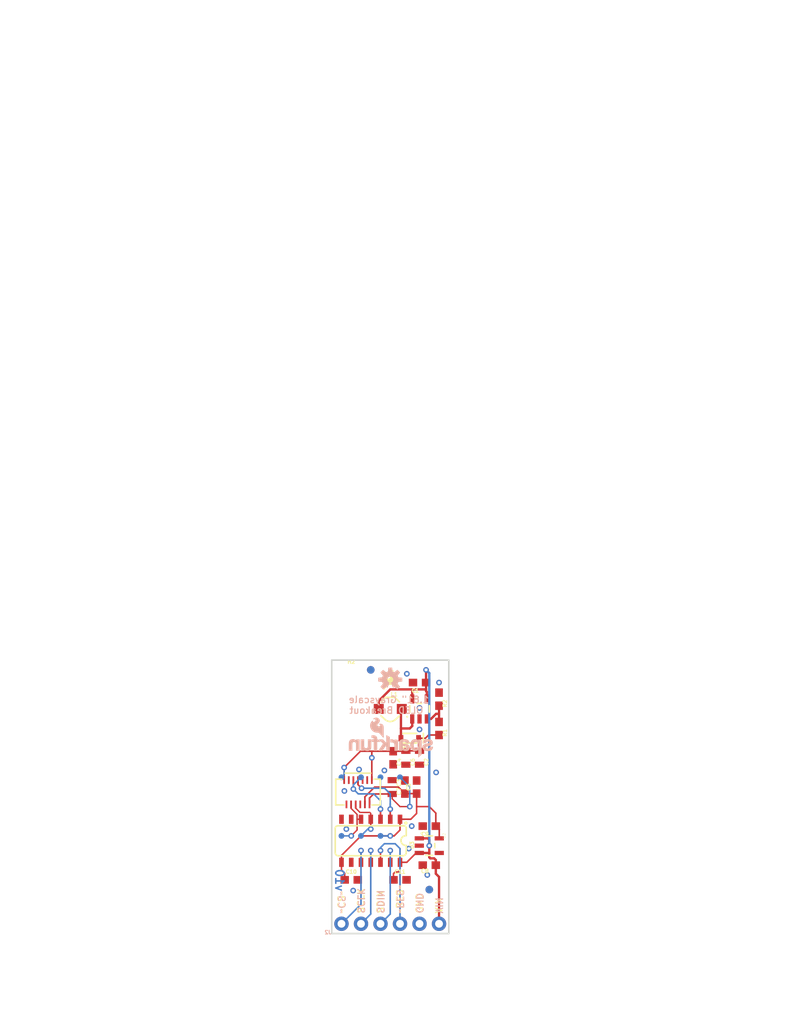
<source format=kicad_pcb>
(kicad_pcb (version 20211014) (generator pcbnew)
  (layers (0 "F.Cu" signal) (1 "In1.Cu" signal) (2 "In2.Cu" signal) (3 "In3.Cu" signal) (4 "In4.Cu" signal) (5 "In5.Cu" signal) (6 "In6.Cu" signal) (7 "In7.Cu" signal) (8 "In8.Cu" signal) (9 "In9.Cu" signal) (10 "In10.Cu" signal) (11 "In11.Cu" signal) (12 "In12.Cu" signal) (13 "In13.Cu" signal) (14 "In14.Cu" signal) (31 "B.Cu" signal) (34 "B.Paste" user) (35 "F.Paste" user) (36 "B.SilkS" user "B.Silkscreen") (37 "F.SilkS" user "F.Silkscreen") (38 "B.Mask" user) (39 "F.Mask" user) (44 "Edge.Cuts" user))
  (net 0 "")
  (net 1 "GND")
  (net 2 "VIN")
  (net 3 "N$2")
  (net 4 "N$3")
  (net 5 "12V")
  (net 6 "N$1")
  (net 7 "3.3V")
  (net 8 "~{RES}")
  (net 9 "~{CS}")
  (net 10 "SCLK")
  (net 11 "SDIN")
  (net 12 "~{CS}_HIGH")
  (net 13 "~{RES}_HIGH")
  (net 14 "SCLK_HIGH")
  (net 15 "SDIN_HIGH")
  (footprint "boardEagle:0603" (layer "F.Cu") (at 148.8821 99.9236 -90)
    (fp_text reference "C4" (at 0 -0.762 90) (layer "F.SilkS") (effects (font (size 0.512064 0.512064) (thickness 0.097536)) (justify right)))
    (fp_text value "0.1uF/25V")
    (pad "1" smd rect (at -0.85 0 270) (size 1.1 1) (layers "F.Cu" "F.Paste" "F.Mask") (net 5 "12V"))
    (pad "2" smd rect (at 0.85 0 270) (size 1.1 1) (layers "F.Cu" "F.Paste" "F.Mask") (net 1 "GND"))
  )
  (footprint "boardEagle:0603" (layer "F.Cu") (at 153.5811 113.8936 180)
    (fp_text reference "C8" (at 0 -0.762) (layer "F.SilkS") (effects (font (size 0.512064 0.512064) (thickness 0.097536)) (justify right)))
    (fp_text value "1.0uF")
    (pad "1" smd rect (at -0.85 0 180) (size 1.1 1) (layers "F.Cu" "F.Paste" "F.Mask") (net 2 "VIN"))
    (pad "2" smd rect (at 0.85 0 180) (size 1.1 1) (layers "F.Cu" "F.Paste" "F.Mask") (net 1 "GND"))
  )
  (footprint "boardEagle:0805" (layer "F.Cu") (at 148.7551 103.7336 -90)
    (fp_text reference "C7" (at 0 -0.889 90) (layer "F.SilkS") (effects (font (size 0.512064 0.512064) (thickness 0.097536)) (justify right)))
    (fp_text value "2.2uF/25V")
    (pad "1" smd rect (at -0.9 0 270) (size 0.8 1.2) (layers "F.Cu" "F.Paste" "F.Mask") (net 1 "GND"))
    (pad "2" smd rect (at 0.9 0 270) (size 0.8 1.2) (layers "F.Cu" "F.Paste" "F.Mask") (net 6 "N$1"))
  )
  (footprint "boardEagle:INDUCTOR_4.7UH" (layer "F.Cu") (at 148.5011 93.5736)
    (fp_text reference "L1" (at 0 -1.9) (layer "F.SilkS") (effects (font (size 0.512064 0.512064) (thickness 0.097536)) (justify left)))
    (fp_text value "10uH")
    (pad "P$1" smd rect (at -1.5 0 90) (size 1.3 1.3) (layers "F.Cu" "F.Paste" "F.Mask") (net 2 "VIN"))
    (pad "P$2" smd rect (at 1.5 0 90) (size 1.3 1.3) (layers "F.Cu" "F.Paste" "F.Mask") (net 3 "N$2"))
  )
  (footprint "boardEagle:0805" (layer "F.Cu") (at 152.3111 99.9236 -90)
    (fp_text reference "C2" (at 0 -0.889 90) (layer "F.SilkS") (effects (font (size 0.512064 0.512064) (thickness 0.097536)) (justify right)))
    (fp_text value "1.0uF")
    (pad "1" smd rect (at -0.9 0 270) (size 0.8 1.2) (layers "F.Cu" "F.Paste" "F.Mask") (net 5 "12V"))
    (pad "2" smd rect (at 0.9 0 270) (size 0.8 1.2) (layers "F.Cu" "F.Paste" "F.Mask") (net 1 "GND"))
  )
  (footprint "boardEagle:0805" (layer "F.Cu") (at 150.5331 99.9236 -90)
    (fp_text reference "C6" (at 0 -0.889 90) (layer "F.SilkS") (effects (font (size 0.512064 0.512064) (thickness 0.097536)) (justify right)))
    (fp_text value "2.2uF/25V")
    (pad "1" smd rect (at -0.9 0 270) (size 0.8 1.2) (layers "F.Cu" "F.Paste" "F.Mask") (net 5 "12V"))
    (pad "2" smd rect (at 0.9 0 270) (size 0.8 1.2) (layers "F.Cu" "F.Paste" "F.Mask") (net 1 "GND"))
  )
  (footprint "boardEagle:0603" (layer "F.Cu") (at 143.4211 115.7986)
    (fp_text reference "C10" (at 0 -0.762) (layer "F.SilkS") (effects (font (size 0.48768 0.48768) (thickness 0.12192)) (justify bottom)))
    (fp_text value "0.1uF")
    (pad "1" smd rect (at -0.85 0) (size 1.1 1) (layers "F.Cu" "F.Paste" "F.Mask") (net 7 "3.3V"))
    (pad "2" smd rect (at 0.85 0) (size 1.1 1) (layers "F.Cu" "F.Paste" "F.Mask") (net 1 "GND"))
  )
  (footprint "boardEagle:SOD-323" (layer "F.Cu") (at 151.0411 97.3836 180)
    (fp_text reference "D1" (at 0 -0.762 180) (layer "F.SilkS") (effects (font (size 0.48768 0.48768) (thickness 0.12192)) (justify right top)))
    (fp_text value "1A/23V/620mV")
    (pad "A" smd rect (at 1.15 0 180) (size 0.63 0.83) (layers "F.Cu" "F.Paste" "F.Mask") (net 3 "N$2"))
    (pad "C" smd rect (at -1.15 0 180) (size 0.63 0.83) (layers "F.Cu" "F.Paste" "F.Mask") (net 5 "12V"))
  )
  (footprint "boardEagle:0603" (layer "F.Cu") (at 154.8511 96.1136 -90)
    (fp_text reference "R1" (at 0 -0.762 90) (layer "F.SilkS") (effects (font (size 0.512064 0.512064) (thickness 0.097536)) (justify right)))
    (fp_text value "47k")
    (pad "1" smd rect (at -0.85 0 270) (size 1.1 1) (layers "F.Cu" "F.Paste" "F.Mask") (net 4 "N$3"))
    (pad "2" smd rect (at 0.85 0 270) (size 1.1 1) (layers "F.Cu" "F.Paste" "F.Mask") (net 5 "12V"))
  )
  (footprint "boardEagle:SOT23-5" (layer "F.Cu") (at 153.5811 111.3536 -90)
    (fp_text reference "U2" (at -0.889 -2.159 -90) (layer "F.SilkS") (effects (font (size 0.373888 0.373888) (thickness 0.032512)) (justify left bottom)))
    (fp_text value "3.3V")
    (pad "1" smd rect (at -0.95 1.3001 270) (size 0.55 1.2) (layers "F.Cu" "F.Paste" "F.Mask") (net 2 "VIN"))
    (pad "2" smd rect (at 0 1.3001 270) (size 0.55 1.2) (layers "F.Cu" "F.Paste" "F.Mask") (net 1 "GND"))
    (pad "3" smd rect (at 0.95 1.3001 270) (size 0.55 1.2) (layers "F.Cu" "F.Paste" "F.Mask") (net 2 "VIN"))
    (pad "4" smd rect (at 0.95 -1.3001 270) (size 0.55 1.2) (layers "F.Cu" "F.Paste" "F.Mask"))
    (pad "5" smd rect (at -0.95 -1.3001 270) (size 0.55 1.2) (layers "F.Cu" "F.Paste" "F.Mask") (net 7 "3.3V"))
  )
  (footprint "boardEagle:SO14" (layer "F.Cu") (at 145.9611 110.7186 180)
    (fp_text reference "U3" (at -5.08 0 270) (layer "F.SilkS") (effects (font (size 0.48768 0.48768) (thickness 0.12192)) (justify right top)))
    (fp_text value "TXB0104")
    (pad "1" smd rect (at -3.81 2.8 180) (size 0.6 1.2) (layers "F.Cu" "F.Paste" "F.Mask") (net 7 "3.3V"))
    (pad "2" smd rect (at -2.54 2.8 180) (size 0.6 1.2) (layers "F.Cu" "F.Paste" "F.Mask") (net 11 "SDIN"))
    (pad "3" smd rect (at -1.27 2.8 180) (size 0.6 1.2) (layers "F.Cu" "F.Paste" "F.Mask") (net 8 "~{RES}"))
    (pad "4" smd rect (at 0 2.8 180) (size 0.6 1.2) (layers "F.Cu" "F.Paste" "F.Mask") (net 10 "SCLK"))
    (pad "5" smd rect (at 1.27 2.8 180) (size 0.6 1.2) (layers "F.Cu" "F.Paste" "F.Mask") (net 9 "~{CS}"))
    (pad "6" smd rect (at 2.54 2.8 180) (size 0.6 1.2) (layers "F.Cu" "F.Paste" "F.Mask"))
    (pad "7" smd rect (at 3.81 2.8 180) (size 0.6 1.2) (layers "F.Cu" "F.Paste" "F.Mask") (net 1 "GND"))
    (pad "8" smd rect (at 3.81 -2.8 180) (size 0.6 1.2) (layers "F.Cu" "F.Paste" "F.Mask") (net 7 "3.3V"))
    (pad "9" smd rect (at 2.54 -2.8 180) (size 0.6 1.2) (layers "F.Cu" "F.Paste" "F.Mask"))
    (pad "10" smd rect (at 1.27 -2.8 180) (size 0.6 1.2) (layers "F.Cu" "F.Paste" "F.Mask") (net 12 "~{CS}_HIGH"))
    (pad "11" smd rect (at 0 -2.8 180) (size 0.6 1.2) (layers "F.Cu" "F.Paste" "F.Mask") (net 14 "SCLK_HIGH"))
    (pad "12" smd rect (at -1.27 -2.8 180) (size 0.6 1.2) (layers "F.Cu" "F.Paste" "F.Mask") (net 13 "~{RES}_HIGH"))
    (pad "13" smd rect (at -2.54 -2.8 180) (size 0.6 1.2) (layers "F.Cu" "F.Paste" "F.Mask") (net 15 "SDIN_HIGH"))
    (pad "14" smd rect (at -3.81 -2.8 180) (size 0.6 1.2) (layers "F.Cu" "F.Paste" "F.Mask") (net 2 "VIN"))
  )
  (footprint "boardEagle:0603" (layer "F.Cu") (at 152.3111 90.1446 180)
    (fp_text reference "C1" (at 0 -0.762 180) (layer "F.SilkS") (effects (font (size 0.48768 0.48768) (thickness 0.12192)) (justify right top)))
    (fp_text value "1.0uF")
    (pad "1" smd rect (at -0.85 0 180) (size 1.1 1) (layers "F.Cu" "F.Paste" "F.Mask") (net 2 "VIN"))
    (pad "2" smd rect (at 0.85 0 180) (size 1.1 1) (layers "F.Cu" "F.Paste" "F.Mask") (net 1 "GND"))
  )
  (footprint "boardEagle:STAND-OFF" (layer "F.Cu") (at 143.4211 89.7636)
    (fp_text reference "H2" (at 0 -2.032) (layer "F.SilkS") (effects (font (size 0.48768 0.48768) (thickness 0.12192)) (justify bottom)))
    (fp_text value "STAND-OFF")
    (pad "" np_thru_hole circle (at 0 0) (size 3.302 3.302) (drill 3.302) (layers *.Cu *.Mask))
  )
  (footprint "boardEagle:0603" (layer "F.Cu") (at 151.9301 103.7336 90)
    (fp_text reference "C5" (at 0 -0.762 90) (layer "F.SilkS") (effects (font (size 0.48768 0.48768) (thickness 0.12192)) (justify bottom)))
    (fp_text value "1.0uF")
    (pad "1" smd rect (at -0.85 0 90) (size 1.1 1) (layers "F.Cu" "F.Paste" "F.Mask") (net 7 "3.3V"))
    (pad "2" smd rect (at 0.85 0 90) (size 1.1 1) (layers "F.Cu" "F.Paste" "F.Mask") (net 1 "GND"))
  )
  (footprint "boardEagle:REVISION" (layer "F.Cu") (at 129.4511 134.2136)
    (fp_text reference "LOGO2" hide)
    (fp_text value "REVISION" hide)
  )
  (footprint "boardEagle:FIDUCIAL-1X2" (layer "F.Cu") (at 153.5811 117.0686)
    (fp_text reference "FD1" hide)
    (fp_text value "FIDUCIAL1X2" hide)
    (pad "1" smd roundrect (at 0 0) (size 1 1) (layers "F.Cu" "F.Mask") (roundrect_rratio 0.5))
  )
  (footprint "boardEagle:FIDUCIAL-1X2" (layer "F.Cu") (at 145.9611 88.4936)
    (fp_text reference "FD2" hide)
    (fp_text value "FIDUCIAL1X2" hide)
    (pad "1" smd roundrect (at 0 0) (size 1 1) (layers "F.Cu" "F.Mask") (roundrect_rratio 0.5))
  )
  (footprint "boardEagle:SOT23-5" (layer "F.Cu") (at 152.3111 93.5736)
    (fp_text reference "U1" (at -0.889 -2.159) (layer "F.SilkS") (effects (font (size 0.373888 0.373888) (thickness 0.032512)) (justify left bottom)))
    (fp_text value "AP3012")
    (pad "1" smd rect (at -0.95 1.3001) (size 0.55 1.2) (layers "F.Cu" "F.Paste" "F.Mask") (net 3 "N$2"))
    (pad "2" smd rect (at 0 1.3001) (size 0.55 1.2) (layers "F.Cu" "F.Paste" "F.Mask") (net 1 "GND"))
    (pad "3" smd rect (at 0.95 1.3001) (size 0.55 1.2) (layers "F.Cu" "F.Paste" "F.Mask") (net 4 "N$3"))
    (pad "4" smd rect (at 0.95 -1.3001) (size 0.55 1.2) (layers "F.Cu" "F.Paste" "F.Mask") (net 2 "VIN"))
    (pad "5" smd rect (at -0.95 -1.3001) (size 0.55 1.2) (layers "F.Cu" "F.Paste" "F.Mask") (net 2 "VIN"))
  )
  (footprint "boardEagle:0603" (layer "F.Cu") (at 150.4061 103.7336 90)
    (fp_text reference "C3" (at 0 -0.762 90) (layer "F.SilkS") (effects (font (size 0.512064 0.512064) (thickness 0.097536)) (justify left)))
    (fp_text value "0.1uF")
    (pad "1" smd rect (at -0.85 0 90) (size 1.1 1) (layers "F.Cu" "F.Paste" "F.Mask") (net 7 "3.3V"))
    (pad "2" smd rect (at 0.85 0 90) (size 1.1 1) (layers "F.Cu" "F.Paste" "F.Mask") (net 1 "GND"))
  )
  (footprint "boardEagle:0603" (layer "F.Cu") (at 149.7711 115.7986)
    (fp_text reference "C11" (at 0 -0.762) (layer "F.SilkS") (effects (font (size 0.48768 0.48768) (thickness 0.12192)) (justify bottom)))
    (fp_text value "0.1uF")
    (pad "1" smd rect (at -0.85 0) (size 1.1 1) (layers "F.Cu" "F.Paste" "F.Mask") (net 2 "VIN"))
    (pad "2" smd rect (at 0.85 0) (size 1.1 1) (layers "F.Cu" "F.Paste" "F.Mask") (net 1 "GND"))
  )
  (footprint "boardEagle:0603" (layer "F.Cu") (at 154.8511 92.3036 -90)
    (fp_text reference "R2" (at 0 -0.762 90) (layer "F.SilkS") (effects (font (size 0.512064 0.512064) (thickness 0.097536)) (justify right)))
    (fp_text value "5.6k")
    (pad "1" smd rect (at -0.85 0 270) (size 1.1 1) (layers "F.Cu" "F.Paste" "F.Mask") (net 1 "GND"))
    (pad "2" smd rect (at 0.85 0 270) (size 1.1 1) (layers "F.Cu" "F.Paste" "F.Mask") (net 4 "N$3"))
  )
  (footprint "boardEagle:SFE_LOGO_FLAME_.1" (layer "F.Cu") (at 147.3581 91.4146)
    (fp_text reference "LOGO3" hide)
    (fp_text value "SFE_LOGO_FLAME.1_INCH" hide)
  )
  (footprint "boardEagle:0603" (layer "F.Cu") (at 153.5811 108.8136 180)
    (fp_text reference "C9" (at 0 -0.762 180) (layer "F.SilkS") (effects (font (size 0.48768 0.48768) (thickness 0.12192)) (justify right top)))
    (fp_text value "2.2uF")
    (pad "1" smd rect (at -0.85 0 180) (size 1.1 1) (layers "F.Cu" "F.Paste" "F.Mask") (net 7 "3.3V"))
    (pad "2" smd rect (at 0.85 0 180) (size 1.1 1) (layers "F.Cu" "F.Paste" "F.Mask") (net 1 "GND"))
  )
  (footprint "boardEagle:CREATIVE_COMMONS" (layer "F.Cu") (at 118.0211 131.6736)
    (fp_text reference "FRAME1" hide)
    (fp_text value "FRAME-LETTER" hide)
  )
  (footprint "boardEagle:OSHW-LOGO-S" (layer "B.Cu") (at 148.5011 89.7636 180)
    (fp_text reference "LOGO4" hide)
    (fp_text value "OSHW-LOGOS" hide)
  )
  (footprint "boardEagle:PAD.03X.03" (layer "B.Cu") (at 142.1511 110.0836 180)
    (fp_text reference "TP2" hide)
    (fp_text value "TEST-POINT3" hide)
    (pad "P$1" smd roundrect (at 0 0 180) (size 0.762 0.762) (layers "B.Cu" "B.Mask") (roundrect_rratio 0.5) (net 9 "~{CS}"))
  )
  (footprint "boardEagle:PAD.03X.03" (layer "B.Cu") (at 144.6911 110.0836 180)
    (fp_text reference "TP3" hide)
    (fp_text value "TEST-POINT3" hide)
    (pad "P$1" smd roundrect (at 0 0 180) (size 0.762 0.762) (layers "B.Cu" "B.Mask") (roundrect_rratio 0.5) (net 10 "SCLK"))
  )
  (footprint "boardEagle:PAD.03X.03" (layer "B.Cu") (at 144.6911 102.4636 180)
    (fp_text reference "TP1" hide)
    (fp_text value "TEST-POINT3" hide)
    (pad "P$1" smd roundrect (at 0 0 180) (size 0.762 0.762) (layers "B.Cu" "B.Mask") (roundrect_rratio 0.5) (net 8 "~{RES}"))
  )
  (footprint "boardEagle:FIDUCIAL-1X2" (layer "B.Cu") (at 145.9611 88.4936 180)
    (fp_text reference "FD4" hide)
    (fp_text value "FIDUCIAL1X2" hide)
    (pad "1" smd roundrect (at 0 0 180) (size 1 1) (layers "B.Cu" "B.Mask") (roundrect_rratio 0.5))
  )
  (footprint "boardEagle:PAD.03X.03" (layer "B.Cu") (at 147.2311 102.4636 180)
    (fp_text reference "TP4" hide)
    (fp_text value "TEST-POINT3" hide)
    (pad "P$1" smd roundrect (at 0 0 180) (size 0.762 0.762) (layers "B.Cu" "B.Mask") (roundrect_rratio 0.5) (net 11 "SDIN"))
  )
  (footprint "boardEagle:PAD.03X.03" (layer "B.Cu") (at 142.1511 102.4636 180)
    (fp_text reference "TP7" hide)
    (fp_text value "TEST-POINT3" hide)
    (pad "P$1" smd roundrect (at 0 0 180) (size 0.762 0.762) (layers "B.Cu" "B.Mask") (roundrect_rratio 0.5) (net 5 "12V"))
  )
  (footprint "boardEagle:PAD.03X.03" (layer "B.Cu") (at 147.2311 110.0836 180)
    (fp_text reference "TP6" hide)
    (fp_text value "TEST-POINT3" hide)
    (pad "P$1" smd roundrect (at 0 0 180) (size 0.762 0.762) (layers "B.Cu" "B.Mask") (roundrect_rratio 0.5) (net 7 "3.3V"))
  )
  (footprint "boardEagle:OEL_1.8_FPC_Y3B" (layer "B.Cu") (at 148.5011 91.0336 180)
    (fp_text reference "DS1" hide)
    (fp_text value "OEL_1.8OEL_Y3B" hide)
    (pad "1" smd rect (at 6 -11.795 180) (size 0.23 1) (layers "F.Cu" "F.Paste" "F.Mask") (net 5 "12V"))
    (pad "2" smd rect (at 5.7 -14.955 180) (size 0.23 1) (layers "F.Cu" "F.Paste" "F.Mask") (net 1 "GND"))
    (pad "3" smd rect (at 5.4 -11.795 180) (size 0.23 1) (layers "F.Cu" "F.Paste" "F.Mask") (net 1 "GND"))
    (pad "4" smd rect (at 5.1 -14.955 180) (size 0.23 1) (layers "F.Cu" "F.Paste" "F.Mask") (net 9 "~{CS}"))
    (pad "5" smd rect (at 4.8 -11.795 180) (size 0.23 1) (layers "F.Cu" "F.Paste" "F.Mask") (net 8 "~{RES}"))
    (pad "6" smd rect (at 4.5 -14.955 180) (size 0.23 1) (layers "F.Cu" "F.Paste" "F.Mask") (net 10 "SCLK"))
    (pad "7" smd rect (at 4.2 -11.795 180) (size 0.23 1) (layers "F.Cu" "F.Paste" "F.Mask") (net 11 "SDIN"))
    (pad "8" smd rect (at 3.9 -14.955 180) (size 0.23 1) (layers "F.Cu" "F.Paste" "F.Mask") (net 1 "GND"))
    (pad "9" smd rect (at 3.6 -11.795 180) (size 0.23 1) (layers "F.Cu" "F.Paste" "F.Mask") (net 1 "GND"))
    (pad "10" smd rect (at 3.3 -14.955 180) (size 0.23 1) (layers "F.Cu" "F.Paste" "F.Mask") (net 7 "3.3V"))
    (pad "11" smd rect (at 3 -11.795 180) (size 0.23 1) (layers "F.Cu" "F.Paste" "F.Mask"))
    (pad "12" smd rect (at 2.7 -14.955 180) (size 0.23 1) (layers "F.Cu" "F.Paste" "F.Mask") (net 6 "N$1"))
    (pad "13" smd rect (at 2.4 -11.795 180) (size 0.23 1) (layers "F.Cu" "F.Paste" "F.Mask") (net 5 "12V"))
  )
  (footprint "boardEagle:PAD.03X.03" (layer "B.Cu") (at 149.7711 102.4636 180)
    (fp_text reference "TP5" hide)
    (fp_text value "TEST-POINT3" hide)
    (pad "P$1" smd roundrect (at 0 0 180) (size 0.762 0.762) (layers "B.Cu" "B.Mask") (roundrect_rratio 0.5) (net 6 "N$1"))
  )
  (footprint "boardEagle:SFE_LOGO_NAME_FLAME_.1" (layer "B.Cu") (at 154.4701 99.9236 180)
    (fp_text reference "LOGO1" hide)
    (fp_text value "SFE_LOGO_NAME_FLAME.1_INCH" hide)
  )
  (footprint "boardEagle:1X06_NO_SILK" (layer "B.Cu") (at 142.1511 121.5136)
    (fp_text reference "J2" (at -1.27 1.397 180) (layer "B.SilkS") (effects (font (size 0.48768 0.48768) (thickness 0.12192)) (justify left bottom mirror)))
    (fp_text value "")
    (pad "1" thru_hole circle (at 0 0 270) (size 1.8796 1.8796) (drill 1.016) (layers *.Cu *.Mask) (net 12 "~{CS}_HIGH"))
    (pad "2" thru_hole circle (at 2.54 0 270) (size 1.8796 1.8796) (drill 1.016) (layers *.Cu *.Mask) (net 14 "SCLK_HIGH"))
    (pad "3" thru_hole circle (at 5.08 0 270) (size 1.8796 1.8796) (drill 1.016) (layers *.Cu *.Mask) (net 15 "SDIN_HIGH"))
    (pad "4" thru_hole circle (at 7.62 0 270) (size 1.8796 1.8796) (drill 1.016) (layers *.Cu *.Mask) (net 13 "~{RES}_HIGH"))
    (pad "5" thru_hole circle (at 10.16 0 270) (size 1.8796 1.8796) (drill 1.016) (layers *.Cu *.Mask) (net 1 "GND"))
    (pad "6" thru_hole circle (at 12.7 0 270) (size 1.8796 1.8796) (drill 1.016) (layers *.Cu *.Mask) (net 2 "VIN"))
  )
  (footprint "boardEagle:FIDUCIAL-1X2" (layer "B.Cu") (at 153.5811 117.0686 180)
    (fp_text reference "FD3" hide)
    (fp_text value "FIDUCIAL1X2" hide)
    (pad "1" smd roundrect (at 0 0 180) (size 1 1) (layers "B.Cu" "B.Mask") (roundrect_rratio 0.5))
  )
  (gr_line (start 156.1211 87.2236) (end 156.1211 122.7836) (layer "Edge.Cuts") (width 0.2032))
  (gr_line (start 140.8811 87.2236) (end 156.1211 87.2236) (layer "Edge.Cuts") (width 0.2032))
  (gr_line (start 156.1211 122.7836) (end 140.8811 122.7836) (layer "Edge.Cuts") (width 0.2032))
  (gr_line (start 140.8811 122.7836) (end 140.8811 87.2236) (layer "Edge.Cuts") (width 0.2032))
  (gr_text "v10" (at 142.5321 114.2746 -90) (layer "B.Cu") (effects (font (size 1.0795 1.0795) (thickness 0.1905)) (justify right top mirror)))
  (gr_text "~RES~" (at 149.7711 120.2436 -90) (layer "B.SilkS") (effects (font (size 0.8636 0.8636) (thickness 0.1524)) (justify left mirror)))
  (gr_text "SDIN" (at 147.2311 120.2436 -90) (layer "B.SilkS") (effects (font (size 0.8636 0.8636) (thickness 0.1524)) (justify left mirror)))
  (gr_text "VIN" (at 154.8511 120.2436 -90) (layer "B.SilkS") (effects (font (size 0.8636 0.8636) (thickness 0.1524)) (justify left mirror)))
  (gr_text "~CS~" (at 142.1511 120.2436 -90) (layer "B.SilkS") (effects (font (size 0.8636 0.8636) (thickness 0.1524)) (justify left mirror)))
  (gr_text "SCLK" (at 144.6911 120.2436 -90) (layer "B.SilkS") (effects (font (size 0.8636 0.8636) (thickness 0.1524)) (justify left mirror)))
  (gr_text "GND" (at 152.3111 120.2436 -90) (layer "B.SilkS") (effects (font (size 0.8636 0.8636) (thickness 0.1524)) (justify left mirror)))
  (gr_text "1.81\" Grayscale \nOLED Breakout" (at 147.9931 93.0656) (layer "B.SilkS") (effects (font (size 0.8636 0.8636) (thickness 0.1524)) (justify mirror)))
  (gr_text "~CS~" (at 142.1511 120.2436 90) (layer "F.SilkS") (effects (font (size 0.8636 0.8636) (thickness 0.1524)) (justify left)))
  (gr_text "~RES~" (at 149.7711 120.2436 90) (layer "F.SilkS") (effects (font (size 0.8636 0.8636) (thickness 0.1524)) (justify left)))
  (gr_text "VIN" (at 154.8511 120.2436 90) (layer "F.SilkS") (effects (font (size 0.8636 0.8636) (thickness 0.1524)) (justify left)))
  (gr_text "SDIN" (at 147.2311 120.2436 90) (layer "F.SilkS") (effects (font (size 0.8636 0.8636) (thickness 0.1524)) (justify left)))
  (gr_text "SCLK" (at 144.6911 120.2436 90) (layer "F.SilkS") (effects (font (size 0.8636 0.8636) (thickness 0.1524)) (justify left)))
  (gr_text "GND" (at 152.3111 120.2436 90) (layer "F.SilkS") (effects (font (size 0.8636 0.8636) (thickness 0.1524)) (justify left)))
  (via (at 143.6751 117.1956) (size 0.7366) (drill 0.381) (layers "F.Cu" "B.Cu") (net 1))
  (via (at 154.4701 101.8286) (size 0.7366) (drill 0.381) (layers "F.Cu" "B.Cu") (net 1))
  (via (at 150.9141 111.7346) (size 0.7366) (drill 0.381) (layers "F.Cu" "B.Cu") (net 1))
  (via (at 147.7391 101.5746) (size 0.7366) (drill 0.381) (layers "F.Cu" "B.Cu") (net 1))
  (via (at 152.3111 93.4466) (size 0.7366) (drill 0.381) (layers "F.Cu" "B.Cu") (net 1))
  (via (at 142.7861 109.1946) (size 0.7366) (drill 0.381) (layers "F.Cu" "B.Cu") (net 1))
  (via (at 153.3271 115.1636) (size 0.7366) (drill 0.381) (layers "F.Cu" "B.Cu") (net 1))
  (via (at 142.5321 104.2416) (size 0.7366) (drill 0.381) (layers "F.Cu" "B.Cu") (net 1))
  (via (at 152.3111 96.2406) (size 0.7366) (drill 0.381) (layers "F.Cu" "B.Cu") (net 1))
  (via (at 154.8511 90.1446) (size 0.7366) (drill 0.381) (layers "F.Cu" "B.Cu") (net 1))
  (via (at 144.4371 101.4476) (size 0.7366) (drill 0.381) (layers "F.Cu" "B.Cu") (net 1))
  (via (at 151.2951 108.8136) (size 0.7366) (drill 0.381) (layers "F.Cu" "B.Cu") (net 1))
  (via (at 150.6601 89.0016) (size 0.7366) (drill 0.381) (layers "F.Cu" "B.Cu") (net 1))
  (segment (start 154.8511 121.5136) (end 154.8511 115.4176) (width 0.3048) (layer "F.Cu") (net 2))
  (segment (start 151.3611 91.0336) (end 153.1611 91.0336) (width 0.3048) (layer "F.Cu") (net 2))
  (segment (start 149.1361 114.7826) (end 149.5171 114.7826) (width 0.2032) (layer "F.Cu") (net 2))
  (segment (start 153.1611 90.1446) (end 153.1611 91.0336) (width 0.3048) (layer "F.Cu") (net 2))
  (segment (start 151.8691 112.3036) (end 150.6541 113.5186) (width 0.2032) (layer "F.Cu") (net 2))
  (segment (start 153.5811 112.3036) (end 153.5811 111.3536) (width 0.3048) (layer "F.Cu") (net 2))
  (segment (start 151.3611 92.2735) (end 151.3611 91.0336) (width 0.3048) (layer "F.Cu") (net 2))
  (segment (start 154.2161 113.0046) (end 153.7081 113.0046) (width 0.3048) (layer "F.Cu") (net 2))
  (segment (start 153.2611 92.2735) (end 153.2611 91.3536) (width 0.3048) (layer "F.Cu") (net 2))
  (segment (start 154.4311 113.8936) (end 154.4311 113.2196) (width 0.3048) (layer "F.Cu") (net 2))
  (segment (start 153.1611 91.2536) (end 153.2611 91.3536) (width 0.3048) (layer "F.Cu") (net 2))
  (segment (start 153.1611 91.0336) (end 153.1611 91.2536) (width 0.3048) (layer "F.Cu") (net 2))
  (segment (start 153.5811 110.5916) (end 153.5811 111.3536) (width 0.3048) (layer "F.Cu") (net 2))
  (segment (start 150.6541 113.5186) (end 149.7711 113.5186) (width 0.2032) (layer "F.Cu") (net 2))
  (segment (start 152.281 112.3036) (end 151.8691 112.3036) (width 0.2032) (layer "F.Cu") (net 2))
  (segment (start 149.7711 114.5286) (end 149.7711 113.5186) (width 0.2032) (layer "F.Cu") (net 2))
  (segment (start 152.281 112.3036) (end 153.5811 112.3036) (width 0.3048) (layer "F.Cu") (net 2))
  (segment (start 154.4311 113.2196) (end 154.2161 113.0046) (width 0.3048) (layer "F.Cu") (net 2))
  (segment (start 148.5011 91.0336) (end 147.0011 92.5336) (width 0.3048) (layer "F.Cu") (net 2))
  (segment (start 147.0011 92.5336) (end 147.0011 93.5736) (width 0.3048) (layer "F.Cu") (net 2))
  (segment (start 149.5171 114.7826) (end 149.7711 114.5286) (width 0.2032) (layer "F.Cu") (net 2))
  (segment (start 153.3931 110.4036) (end 152.281 110.4036) (width 0.3048) (layer "F.Cu") (net 2))
  (segment (start 153.5811 112.8776) (end 153.5811 112.3036) (width 0.3048) (layer "F.Cu") (net 2))
  (segment (start 154.8511 115.4176) (end 154.4311 114.9976) (width 0.3048) (layer "F.Cu") (net 2))
  (segment (start 148.9211 114.9976) (end 149.1361 114.7826) (width 0.2032) (layer "F.Cu") (net 2))
  (segment (start 153.7081 113.0046) (end 153.5811 112.8776) (width 0.3048) (layer "F.Cu") (net 2))
  (segment (start 148.5011 91.0336) (end 151.3611 91.0336) (width 0.3048) (layer "F.Cu") (net 2))
  (segment (start 153.1611 90.1446) (end 153.1611 88.4936) (width 0.3048) (layer "F.Cu") (net 2))
  (segment (start 153.3931 110.4036) (end 153.5811 110.5916) (width 0.3048) (layer "F.Cu") (net 2))
  (segment (start 148.9211 115.7986) (end 148.9211 114.9976) (width 0.2032) (layer "F.Cu") (net 2))
  (segment (start 154.4311 113.8936) (end 154.4311 114.9976) (width 0.3048) (layer "F.Cu") (net 2))
  (via (at 153.1611 88.4936) (size 0.7366) (drill 0.381) (layers "F.Cu" "B.Cu") (net 2))
  (via (at 153.5811 111.3536) (size 0.7366) (drill 0.381) (layers "F.Cu" "B.Cu") (net 2))
  (segment (start 153.5811 111.3536) (end 153.5811 88.9136) (width 0.3048) (layer "B.Cu") (net 2))
  (segment (start 153.5811 88.9136) (end 153.1611 88.4936) (width 0.3048) (layer "B.Cu") (net 2))
  (segment (start 151.3611 95.7936) (end 151.0411 96.1136) (width 0.3048) (layer "F.Cu") (net 3))
  (segment (start 151.0411 96.1136) (end 149.8911 96.1136) (width 0.3048) (layer "F.Cu") (net 3))
  (segment (start 149.8911 97.3836) (end 149.8911 96.1136) (width 0.3048) (layer "F.Cu") (net 3))
  (segment (start 149.8911 93.6836) (end 150.0011 93.5736) (width 0.254) (layer "F.Cu") (net 3))
  (segment (start 151.3611 94.8737) (end 151.3611 95.7936) (width 0.3048) (layer "F.Cu") (net 3))
  (segment (start 149.8911 96.1136) (end 149.8911 93.6836) (width 0.3048) (layer "F.Cu") (net 3))
  (segment (start 153.805 94.8737) (end 153.2611 94.8737) (width 0.3048) (layer "F.Cu") (net 4))
  (segment (start 154.8511 94.2086) (end 154.4701 94.2086) (width 0.3048) (layer "F.Cu") (net 4))
  (segment (start 154.4701 94.2086) (end 153.805 94.8737) (width 0.3048) (layer "F.Cu") (net 4))
  (segment (start 154.8511 94.2086) (end 154.8511 93.1536) (width 0.3048) (layer "F.Cu") (net 4))
  (segment (start 154.8511 94.2086) (end 154.8511 95.2636) (width 0.3048) (layer "F.Cu") (net 4))
  (segment (start 152.3111 99.0236) (end 150.5331 99.0236) (width 0.2032) (layer "F.Cu") (net 5))
  (segment (start 154.8511 96.9636) (end 153.4931 96.9636) (width 0.2032) (layer "F.Cu") (net 5))
  (segment (start 142.5011 102.8286) (end 142.5011 101.1936) (width 0.2032) (layer "F.Cu") (net 5))
  (segment (start 146.1011 99.9236) (end 146.1011 99.0866) (width 0.2032) (layer "F.Cu") (net 5))
  (segment (start 152.3111 99.0236) (end 152.1911 98.9036) (width 0.2032) (layer "F.Cu") (net 5))
  (segment (start 146.1011 99.0866) (end 146.0881 99.0736) (width 0.2032) (layer "F.Cu") (net 5))
  (segment (start 152.1911 98.9036) (end 152.1911 97.3836) (width 0.2032) (layer "F.Cu") (net 5))
  (segment (start 152.1911 97.3836) (end 153.0731 97.3836) (width 0.2032) (layer "F.Cu") (net 5))
  (segment (start 150.4831 99.0736) (end 148.8821 99.0736) (width 0.2032) (layer "F.Cu") (net 5))
  (segment (start 150.5331 99.0236) (end 150.4831 99.0736) (width 0.2032) (layer "F.Cu") (net 5))
  (segment (start 153.4931 96.9636) (end 153.0731 97.3836) (width 0.2032) (layer "F.Cu") (net 5))
  (segment (start 146.0881 99.0736) (end 144.6211 99.0736) (width 0.2032) (layer "F.Cu") (net 5))
  (segment (start 144.6211 99.0736) (end 142.5011 101.1936) (width 0.2032) (layer "F.Cu") (net 5))
  (segment (start 148.8821 99.0736) (end 146.0881 99.0736) (width 0.2032) (layer "F.Cu") (net 5))
  (segment (start 146.1011 102.8286) (end 146.1011 99.9236) (width 0.2032) (layer "F.Cu") (net 5))
  (via (at 146.1011 99.9236) (size 0.7366) (drill 0.381) (layers "F.Cu" "B.Cu") (net 5))
  (via (at 142.5011 101.1936) (size 0.7366) (drill 0.381) (layers "F.Cu" "B.Cu") (net 5))
  (segment (start 145.9611 100.0636) (end 146.1011 99.9236) (width 0.2032) (layer "B.Cu") (net 5))
  (segment (start 142.5011 102.1136) (end 142.5011 101.1936) (width 0.2032) (layer "B.Cu") (net 5))
  (segment (start 142.1511 102.4636) (end 142.5011 102.1136) (width 0.2032) (layer "B.Cu") (net 5))
  (segment (start 146.3311 104.6336) (end 148.7551 104.6336) (width 0.2032) (layer "F.Cu") (net 6))
  (segment (start 145.8011 105.9886) (end 145.8011 105.1636) (width 0.2286) (layer "F.Cu") (net 6))
  (segment (start 145.8011 105.1636) (end 146.3311 104.6336) (width 0.2032) (layer "F.Cu") (net 6))
  (segment (start 149.7711 106.2736) (end 148.7551 105.2576) (width 0.1778) (layer "F.Cu") (net 6))
  (segment (start 151.0411 106.2736) (end 149.7711 106.2736) (width 0.1778) (layer "F.Cu") (net 6))
  (segment (start 148.7551 104.6336) (end 148.7551 105.2576) (width 0.1778) (layer "F.Cu") (net 6))
  (via (at 151.0411 106.2736) (size 0.7366) (drill 0.381) (layers "F.Cu" "B.Cu") (net 6))
  (segment (start 151.0411 106.2736) (end 151.0411 103.7336) (width 0.1778) (layer "B.Cu") (net 6))
  (segment (start 151.0411 103.7336) (end 149.7711 102.4636) (width 0.1778) (layer "B.Cu") (net 6))
  (segment (start 153.5811 106.2736) (end 151.9301 106.2736) (width 0.2032) (layer "F.Cu") (net 7))
  (segment (start 151.9301 104.5836) (end 151.9301 106.2736) (width 0.2032) (layer "F.Cu") (net 7))
  (segment (start 154.8812 109.2637) (end 154.4311 108.8136) (width 0.2032) (layer "F.Cu") (net 7))
  (segment (start 142.1511 114.5286) (end 142.1511 113.5186) (width 0.2032) (layer "F.Cu") (net 7))
  (segment (start 142.5711 114.9486) (end 142.1511 114.5286) (width 0.2032) (layer "F.Cu") (net 7))
  (segment (start 149.7711 107.9186) (end 149.7711 109.3216) (width 0.2032) (layer "F.Cu") (net 7))
  (segment (start 142.1511 113.5186) (end 142.1511 112.6236) (width 0.2032) (layer "F.Cu") (net 7))
  (segment (start 149.7711 107.9186) (end 151.1741 107.9186) (width 0.2032) (layer "F.Cu") (net 7))
  (segment (start 145.2011 105.0016) (end 146.4691 103.7336) (width 0.2032) (layer "F.Cu") (net 7))
  (segment (start 142.1511 112.6236) (end 144.6911 110.0836) (width 0.2032) (layer "F.Cu") (net 7))
  (segment (start 146.4691 103.7336) (end 149.5561 103.7336) (width 0.2032) (layer "F.Cu") (net 7))
  (segment (start 144.6911 110.0836) (end 148.5011 110.0836) (width 0.2032) (layer "F.Cu") (net 7))
  (segment (start 154.8812 110.4036) (end 154.8812 109.2637) (width 0.2032) (layer "F.Cu") (net 7))
  (segment (start 154.4311 107.1236) (end 153.5811 106.2736) (width 0.2032) (layer "F.Cu") (net 7))
  (segment (start 148.5011 110.0836) (end 149.0091 110.0836) (width 0.2032) (layer "F.Cu") (net 7))
  (segment (start 149.5561 103.7336) (end 150.4061 104.5836) (width 0.2032) (layer "F.Cu") (net 7))
  (segment (start 154.4311 108.8136) (end 154.4311 107.1236) (width 0.2032) (layer "F.Cu") (net 7))
  (segment (start 145.2011 105.9886) (end 145.2011 105.0016) (width 0.2032) (layer "F.Cu") (net 7))
  (segment (start 150.4061 104.5836) (end 151.9301 104.5836) (width 0.2032) (layer "F.Cu") (net 7))
  (segment (start 149.7711 109.3216) (end 149.0091 110.0836) (width 0.2032) (layer "F.Cu") (net 7))
  (segment (start 151.9301 106.2736) (end 151.9301 107.1626) (width 0.2032) (layer "F.Cu") (net 7))
  (segment (start 142.5711 115.7986) (end 142.5711 114.9486) (width 0.2032) (layer "F.Cu") (net 7))
  (segment (start 151.1741 107.9186) (end 151.9301 107.1626) (width 0.2032) (layer "F.Cu") (net 7))
  (via (at 148.5011 110.0836) (size 0.7366) (drill 0.381) (layers "F.Cu" "B.Cu") (net 7))
  (segment (start 147.2311 110.0836) (end 148.5011 110.0836) (width 0.2032) (layer "B.Cu") (net 7))
  (segment (start 143.7011 102.8286) (end 143.7011 103.9876) (width 0.2032) (layer "F.Cu") (net 8))
  (segment (start 147.2311 106.6038) (end 147.2311 107.9186) (width 0.2286) (layer "F.Cu") (net 8))
  (via (at 143.7011 103.9876) (size 0.7366) (drill 0.381) (layers "F.Cu" "B.Cu") (net 8))
  (via (at 147.2311 106.6038) (size 0.7366) (drill 0.381) (layers "F.Cu" "B.Cu") (net 8))
  (segment (start 144.3361 104.6226) (end 143.7011 103.9876) (width 0.2032) (layer "B.Cu") (net 8))
  (segment (start 144.3361 104.6226) (end 146.3421 104.6226) (width 0.2032) (layer "B.Cu") (net 8))
  (segment (start 143.7011 103.4536) (end 143.7011 103.9876) (width 0.2032) (layer "B.Cu") (net 8))
  (segment (start 146.3421 104.6226) (end 147.2311 105.5116) (width 0.2032) (layer "B.Cu") (net 8))
  (segment (start 147.2311 105.5116) (end 147.2311 106.6038) (width 0.2286) (layer "B.Cu") (net 8))
  (segment (start 144.6911 102.4636) (end 143.7011 103.4536) (width 0.2032) (layer "B.Cu") (net 8))
  (segment (start 143.4011 106.5076) (end 144.1831 107.2896) (width 0.1778) (layer "F.Cu") (net 9))
  (segment (start 144.6911 107.9186) (end 144.1831 107.9186) (width 0.1778) (layer "F.Cu") (net 9))
  (segment (start 144.1831 109.3216) (end 143.4211 110.0836) (width 0.1778) (layer "F.Cu") (net 9))
  (segment (start 143.4011 105.9886) (end 143.4011 106.5076) (width 0.1778) (layer "F.Cu") (net 9))
  (segment (start 144.1831 107.9186) (end 144.1831 107.2896) (width 0.1778) (layer "F.Cu") (net 9))
  (segment (start 144.1831 107.9186) (end 144.1831 109.3216) (width 0.1778) (layer "F.Cu") (net 9))
  (via (at 143.4211 110.0836) (size 0.7366) (drill 0.381) (layers "F.Cu" "B.Cu") (net 9))
  (segment (start 143.4211 110.0836) (end 142.1511 110.0836) (width 0.1778) (layer "B.Cu") (net 9))
  (segment (start 145.9611 107.9186) (end 145.9611 109.1946) (width 0.2032) (layer "F.Cu") (net 10))
  (segment (start 145.9611 107.1626) (end 145.8341 107.0356) (width 0.1778) (layer "F.Cu") (net 10))
  (segment (start 144.0011 106.4726) (end 144.5641 107.0356) (width 0.1778) (layer "F.Cu") (net 10))
  (segment (start 144.5641 107.0356) (end 145.8341 107.0356) (width 0.1778) (layer "F.Cu") (net 10))
  (segment (start 145.9611 107.9186) (end 145.9611 107.1626) (width 0.1778) (layer "F.Cu") (net 10))
  (segment (start 144.0011 105.9886) (end 144.0011 106.4726) (width 0.1778) (layer "F.Cu") (net 10))
  (via (at 145.9611 109.1946) (size 0.7366) (drill 0.381) (layers "F.Cu" "B.Cu") (net 10))
  (segment (start 145.5801 109.1946) (end 144.6911 110.0836) (width 0.2032) (layer "B.Cu") (net 10))
  (segment (start 145.9611 109.1946) (end 145.5801 109.1946) (width 0.2032) (layer "B.Cu") (net 10))
  (segment (start 148.5011 106.6038) (end 148.5011 107.9186) (width 0.2286) (layer "F.Cu") (net 11))
  (segment (start 144.3011 103.4198) (end 144.7673 103.886) (width 0.2032) (layer "F.Cu") (net 11))
  (segment (start 144.3011 102.8286) (end 144.3011 103.4198) (width 0.2032) (layer "F.Cu") (net 11))
  (via (at 144.7673 103.886) (size 0.7366) (drill 0.381) (layers "F.Cu" "B.Cu") (net 11))
  (via (at 148.5011 106.6038) (size 0.7366) (drill 0.381) (layers "F.Cu" "B.Cu") (net 11))
  (segment (start 148.5011 105.8926) (end 148.5011 104.6226) (width 0.2032) (layer "B.Cu") (net 11))
  (segment (start 147.2311 103.886) (end 144.7673 103.886) (width 0.2032) (layer "B.Cu") (net 11))
  (segment (start 147.7645 103.886) (end 147.2311 103.886) (width 0.2032) (layer "B.Cu") (net 11))
  (segment (start 148.5011 104.6226) (end 147.7645 103.886) (width 0.2032) (layer "B.Cu") (net 11))
  (segment (start 148.5011 105.8926) (end 148.5011 106.6038) (width 0.2286) (layer "B.Cu") (net 11))
  (segment (start 147.2311 102.4636) (end 147.2311 103.886) (width 0.2032) (layer "B.Cu") (net 11))
  (segment (start 144.6911 111.9886) (end 144.6911 113.5186) (width 0.2032) (layer "F.Cu") (net 12))
  (via (at 144.6911 111.9886) (size 0.7366) (drill 0.381) (layers "F.Cu" "B.Cu") (net 12))
  (segment (start 144.6911 118.9736) (end 144.6911 111.9886) (width 0.2032) (layer "B.Cu") (net 12))
  (segment (start 142.1511 121.5136) (end 144.6911 118.9736) (width 0.2032) (layer "B.Cu") (net 12))
  (segment (start 147.2311 111.9886) (end 147.2311 113.5186) (width 0.2032) (layer "F.Cu") (net 13))
  (via (at 147.2311 111.9886) (size 0.7366) (drill 0.381) (layers "F.Cu" "B.Cu") (net 13))
  (segment (start 149.1361 111.0996) (end 147.7391 111.0996) (width 0.2032) (layer "B.Cu") (net 13))
  (segment (start 149.7711 111.7346) (end 149.1361 111.0996) (width 0.2032) (layer "B.Cu") (net 13))
  (segment (start 147.7391 111.0996) (end 147.2311 111.6076) (width 0.2032) (layer "B.Cu") (net 13))
  (segment (start 149.7711 121.5136) (end 149.7711 111.7346) (width 0.2032) (layer "B.Cu") (net 13))
  (segment (start 147.2311 111.6076) (end 147.2311 111.9886) (width 0.2032) (layer "B.Cu") (net 13))
  (segment (start 145.9611 111.9886) (end 145.9611 113.5186) (width 0.2032) (layer "F.Cu") (net 14))
  (via (at 145.9611 111.9886) (size 0.7366) (drill 0.381) (layers "F.Cu" "B.Cu") (net 14))
  (segment (start 145.9611 120.2436) (end 145.9611 111.9886) (width 0.2032) (layer "B.Cu") (net 14))
  (segment (start 144.6911 121.5136) (end 145.9611 120.2436) (width 0.2032) (layer "B.Cu") (net 14))
  (segment (start 148.5011 111.9886) (end 148.5011 113.5186) (width 0.2032) (layer "F.Cu") (net 15))
  (via (at 148.5011 111.9886) (size 0.7366) (drill 0.381) (layers "F.Cu" "B.Cu") (net 15))
  (segment (start 148.5011 120.2436) (end 148.5011 111.9886) (width 0.2032) (layer "B.Cu") (net 15))
  (segment (start 147.2311 121.5136) (end 148.5011 120.2436) (width 0.2032) (layer "B.Cu") (net 15))
)
</source>
